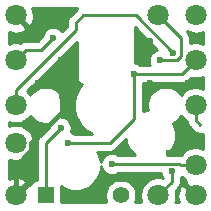
<source format=gtl>
G04 #@! TF.GenerationSoftware,KiCad,Pcbnew,5.1.6-c6e7f7d~87~ubuntu20.04.1*
G04 #@! TF.CreationDate,2020-09-28T10:34:55-03:00*
G04 #@! TF.ProjectId,altana_original,616c7461-6e61-45f6-9f72-6967696e616c,rev?*
G04 #@! TF.SameCoordinates,Original*
G04 #@! TF.FileFunction,Copper,L1,Top*
G04 #@! TF.FilePolarity,Positive*
%FSLAX46Y46*%
G04 Gerber Fmt 4.6, Leading zero omitted, Abs format (unit mm)*
G04 Created by KiCad (PCBNEW 5.1.6-c6e7f7d~87~ubuntu20.04.1) date 2020-09-28 10:34:55*
%MOMM*%
%LPD*%
G01*
G04 APERTURE LIST*
G04 #@! TA.AperFunction,ComponentPad*
%ADD10C,1.800000*%
G04 #@! TD*
G04 #@! TA.AperFunction,ComponentPad*
%ADD11R,1.400000X1.400000*%
G04 #@! TD*
G04 #@! TA.AperFunction,ComponentPad*
%ADD12C,1.400000*%
G04 #@! TD*
G04 #@! TA.AperFunction,ViaPad*
%ADD13C,0.600000*%
G04 #@! TD*
G04 #@! TA.AperFunction,Conductor*
%ADD14C,0.250000*%
G04 #@! TD*
G04 #@! TA.AperFunction,Conductor*
%ADD15C,0.400000*%
G04 #@! TD*
G04 #@! TA.AperFunction,Conductor*
%ADD16C,0.254000*%
G04 #@! TD*
G04 APERTURE END LIST*
D10*
X78867000Y-43307000D03*
X78867000Y-28067000D03*
D11*
X69342000Y-43307000D03*
D12*
X75692000Y-43307000D03*
D10*
X66802000Y-38862000D03*
X66802000Y-31877000D03*
X82042000Y-40767000D03*
X82042000Y-31877000D03*
X82042000Y-35687000D03*
X66802000Y-35687000D03*
X82042000Y-28067000D03*
X82042000Y-43307000D03*
X66802000Y-43307000D03*
X66802000Y-28067000D03*
D13*
X70612000Y-37592000D03*
X80137000Y-31242000D03*
X69977000Y-29972000D03*
X74939999Y-40649999D03*
X76822000Y-33007000D03*
X71247000Y-38862000D03*
X76962000Y-42037000D03*
X82042000Y-29972000D03*
X79756000Y-39751000D03*
X78151999Y-30207001D03*
X81407000Y-33782000D03*
X78151999Y-33782000D03*
X75692000Y-39497000D03*
X78994000Y-31877000D03*
X80010000Y-41275000D03*
X70612000Y-31877000D03*
X68707000Y-33782000D03*
X66802000Y-41402000D03*
D14*
X69342000Y-38862000D02*
X69342000Y-43307000D01*
X70612000Y-37592000D02*
X69342000Y-38862000D01*
X82042000Y-36959792D02*
X82439218Y-37357010D01*
X82042000Y-35687000D02*
X82042000Y-36959792D01*
X71882000Y-29334208D02*
X66802000Y-34414208D01*
X71882000Y-28702000D02*
X71882000Y-29334208D01*
X80137000Y-31242000D02*
X76962000Y-28067000D01*
X66802000Y-34414208D02*
X66802000Y-35687000D01*
X72517000Y-28067000D02*
X71882000Y-28702000D01*
X76962000Y-28067000D02*
X72517000Y-28067000D01*
X67701999Y-30977001D02*
X68971999Y-30977001D01*
X66802000Y-31877000D02*
X67701999Y-30977001D01*
X68971999Y-30977001D02*
X69977000Y-29972000D01*
X69977000Y-29972000D02*
X69977000Y-29972000D01*
X82042000Y-40767000D02*
X80769208Y-40767000D01*
X80769208Y-40767000D02*
X80652207Y-40649999D01*
X74939999Y-40649999D02*
X80654999Y-40649999D01*
X80912000Y-33007000D02*
X76822000Y-33007000D01*
X82042000Y-31877000D02*
X80912000Y-33007000D01*
X76822000Y-36802002D02*
X74762002Y-38862000D01*
X76822000Y-33007000D02*
X76822000Y-36802002D01*
X74762002Y-38862000D02*
X71247000Y-38862000D01*
X71247000Y-38862000D02*
X71247000Y-38862000D01*
X80010000Y-42164000D02*
X78867000Y-43307000D01*
X80010000Y-41275000D02*
X80010000Y-42164000D01*
X80762001Y-31542001D02*
X80427002Y-31877000D01*
X79418264Y-31877000D02*
X78994000Y-31877000D01*
X80427002Y-31877000D02*
X79418264Y-31877000D01*
X80762001Y-29962001D02*
X80762001Y-31542001D01*
X78867000Y-28067000D02*
X80762001Y-29962001D01*
D15*
X66802000Y-43307000D02*
X66802000Y-41402000D01*
X66802000Y-40786002D02*
X68102001Y-39486001D01*
X70692001Y-36272000D02*
X68102001Y-38862000D01*
X70692001Y-35038999D02*
X70692001Y-36272000D01*
X70612000Y-31877000D02*
X70612000Y-34958998D01*
X70612000Y-34958998D02*
X70692001Y-35038999D01*
X68102001Y-39486001D02*
X68102001Y-38862000D01*
X66802000Y-41402000D02*
X66802000Y-40786002D01*
D16*
G36*
X74040931Y-40922728D02*
G01*
X74111413Y-41092888D01*
X74213737Y-41246027D01*
X74343971Y-41376261D01*
X74497110Y-41478585D01*
X74667270Y-41549067D01*
X74847910Y-41584999D01*
X75032088Y-41584999D01*
X75212728Y-41549067D01*
X75382888Y-41478585D01*
X75485534Y-41409999D01*
X79083535Y-41409999D01*
X79110932Y-41547729D01*
X79181414Y-41717889D01*
X79248132Y-41817739D01*
X79018184Y-41772000D01*
X78715816Y-41772000D01*
X78419257Y-41830989D01*
X78139905Y-41946701D01*
X77888495Y-42114688D01*
X77674688Y-42328495D01*
X77506701Y-42579905D01*
X77390989Y-42859257D01*
X77332000Y-43155816D01*
X77332000Y-43458184D01*
X77390989Y-43754743D01*
X77447843Y-43892000D01*
X76894678Y-43892000D01*
X76975696Y-43696405D01*
X77027000Y-43438486D01*
X77027000Y-43175514D01*
X76975696Y-42917595D01*
X76875061Y-42674641D01*
X76728962Y-42455987D01*
X76543013Y-42270038D01*
X76324359Y-42123939D01*
X76081405Y-42023304D01*
X75823486Y-41972000D01*
X75560514Y-41972000D01*
X75302595Y-42023304D01*
X75059641Y-42123939D01*
X74840987Y-42270038D01*
X74655038Y-42455987D01*
X74508939Y-42674641D01*
X74408304Y-42917595D01*
X74357000Y-43175514D01*
X74357000Y-43438486D01*
X74408304Y-43696405D01*
X74489322Y-43892000D01*
X70680072Y-43892000D01*
X70680072Y-42607000D01*
X70672127Y-42526331D01*
X70870698Y-42659012D01*
X71259244Y-42819953D01*
X71671721Y-42902000D01*
X72092279Y-42902000D01*
X72504756Y-42819953D01*
X72893302Y-42659012D01*
X73242983Y-42425363D01*
X73540363Y-42127983D01*
X73774012Y-41778302D01*
X73934953Y-41389756D01*
X74017000Y-40977279D01*
X74017000Y-40802420D01*
X74040931Y-40922728D01*
G37*
X74040931Y-40922728D02*
X74111413Y-41092888D01*
X74213737Y-41246027D01*
X74343971Y-41376261D01*
X74497110Y-41478585D01*
X74667270Y-41549067D01*
X74847910Y-41584999D01*
X75032088Y-41584999D01*
X75212728Y-41549067D01*
X75382888Y-41478585D01*
X75485534Y-41409999D01*
X79083535Y-41409999D01*
X79110932Y-41547729D01*
X79181414Y-41717889D01*
X79248132Y-41817739D01*
X79018184Y-41772000D01*
X78715816Y-41772000D01*
X78419257Y-41830989D01*
X78139905Y-41946701D01*
X77888495Y-42114688D01*
X77674688Y-42328495D01*
X77506701Y-42579905D01*
X77390989Y-42859257D01*
X77332000Y-43155816D01*
X77332000Y-43458184D01*
X77390989Y-43754743D01*
X77447843Y-43892000D01*
X76894678Y-43892000D01*
X76975696Y-43696405D01*
X77027000Y-43438486D01*
X77027000Y-43175514D01*
X76975696Y-42917595D01*
X76875061Y-42674641D01*
X76728962Y-42455987D01*
X76543013Y-42270038D01*
X76324359Y-42123939D01*
X76081405Y-42023304D01*
X75823486Y-41972000D01*
X75560514Y-41972000D01*
X75302595Y-42023304D01*
X75059641Y-42123939D01*
X74840987Y-42270038D01*
X74655038Y-42455987D01*
X74508939Y-42674641D01*
X74408304Y-42917595D01*
X74357000Y-43175514D01*
X74357000Y-43438486D01*
X74408304Y-43696405D01*
X74489322Y-43892000D01*
X70680072Y-43892000D01*
X70680072Y-42607000D01*
X70672127Y-42526331D01*
X70870698Y-42659012D01*
X71259244Y-42819953D01*
X71671721Y-42902000D01*
X72092279Y-42902000D01*
X72504756Y-42819953D01*
X72893302Y-42659012D01*
X73242983Y-42425363D01*
X73540363Y-42127983D01*
X73774012Y-41778302D01*
X73934953Y-41389756D01*
X74017000Y-40977279D01*
X74017000Y-40802420D01*
X74040931Y-40922728D01*
G36*
X80849688Y-41745505D02*
G01*
X81063495Y-41959312D01*
X81217105Y-42061951D01*
X81157525Y-42242920D01*
X82042000Y-43127395D01*
X82056143Y-43113253D01*
X82235748Y-43292858D01*
X82221605Y-43307000D01*
X82235748Y-43321143D01*
X82056143Y-43500748D01*
X82042000Y-43486605D01*
X82027858Y-43500748D01*
X81848253Y-43321143D01*
X81862395Y-43307000D01*
X80977920Y-42422525D01*
X80723739Y-42506208D01*
X80592842Y-42778775D01*
X80517635Y-43071642D01*
X80501009Y-43373553D01*
X80543603Y-43672907D01*
X80620533Y-43892000D01*
X80286157Y-43892000D01*
X80343011Y-43754743D01*
X80402000Y-43458184D01*
X80402000Y-43155816D01*
X80350731Y-42898070D01*
X80521003Y-42727799D01*
X80550001Y-42704001D01*
X80576332Y-42671917D01*
X80644974Y-42588277D01*
X80715546Y-42456247D01*
X80754298Y-42328495D01*
X80759003Y-42312986D01*
X80770000Y-42201333D01*
X80770000Y-42201324D01*
X80773676Y-42164001D01*
X80770000Y-42126678D01*
X80770000Y-41820535D01*
X80834911Y-41723389D01*
X80849688Y-41745505D01*
G37*
X80849688Y-41745505D02*
X81063495Y-41959312D01*
X81217105Y-42061951D01*
X81157525Y-42242920D01*
X82042000Y-43127395D01*
X82056143Y-43113253D01*
X82235748Y-43292858D01*
X82221605Y-43307000D01*
X82235748Y-43321143D01*
X82056143Y-43500748D01*
X82042000Y-43486605D01*
X82027858Y-43500748D01*
X81848253Y-43321143D01*
X81862395Y-43307000D01*
X80977920Y-42422525D01*
X80723739Y-42506208D01*
X80592842Y-42778775D01*
X80517635Y-43071642D01*
X80501009Y-43373553D01*
X80543603Y-43672907D01*
X80620533Y-43892000D01*
X80286157Y-43892000D01*
X80343011Y-43754743D01*
X80402000Y-43458184D01*
X80402000Y-43155816D01*
X80350731Y-42898070D01*
X80521003Y-42727799D01*
X80550001Y-42704001D01*
X80576332Y-42671917D01*
X80644974Y-42588277D01*
X80715546Y-42456247D01*
X80754298Y-42328495D01*
X80759003Y-42312986D01*
X80770000Y-42201333D01*
X80770000Y-42201324D01*
X80773676Y-42164001D01*
X80770000Y-42126678D01*
X80770000Y-41820535D01*
X80834911Y-41723389D01*
X80849688Y-41745505D01*
G36*
X76179047Y-38849756D02*
G01*
X76339988Y-39238302D01*
X76573637Y-39587983D01*
X76871017Y-39885363D01*
X76877955Y-39889999D01*
X75485534Y-39889999D01*
X75382888Y-39821413D01*
X75212728Y-39750931D01*
X75032088Y-39714999D01*
X74847910Y-39714999D01*
X74667270Y-39750931D01*
X74497110Y-39821413D01*
X74343971Y-39923737D01*
X74213737Y-40053971D01*
X74111413Y-40207110D01*
X74040931Y-40377270D01*
X74011118Y-40527149D01*
X73934953Y-40144244D01*
X73774012Y-39755698D01*
X73686014Y-39624000D01*
X74422000Y-39624000D01*
X74442308Y-39622000D01*
X74724680Y-39622000D01*
X74762002Y-39625676D01*
X74799324Y-39622000D01*
X74799335Y-39622000D01*
X74910988Y-39611003D01*
X75054249Y-39567546D01*
X75186278Y-39496974D01*
X75302003Y-39402001D01*
X75325806Y-39372997D01*
X76124296Y-38574507D01*
X76179047Y-38849756D01*
G37*
X76179047Y-38849756D02*
X76339988Y-39238302D01*
X76573637Y-39587983D01*
X76871017Y-39885363D01*
X76877955Y-39889999D01*
X75485534Y-39889999D01*
X75382888Y-39821413D01*
X75212728Y-39750931D01*
X75032088Y-39714999D01*
X74847910Y-39714999D01*
X74667270Y-39750931D01*
X74497110Y-39821413D01*
X74343971Y-39923737D01*
X74213737Y-40053971D01*
X74111413Y-40207110D01*
X74040931Y-40377270D01*
X74011118Y-40527149D01*
X73934953Y-40144244D01*
X73774012Y-39755698D01*
X73686014Y-39624000D01*
X74422000Y-39624000D01*
X74442308Y-39622000D01*
X74724680Y-39622000D01*
X74762002Y-39625676D01*
X74799324Y-39622000D01*
X74799335Y-39622000D01*
X74910988Y-39611003D01*
X75054249Y-39567546D01*
X75186278Y-39496974D01*
X75302003Y-39402001D01*
X75325806Y-39372997D01*
X76124296Y-38574507D01*
X76179047Y-38849756D01*
G36*
X80849688Y-36665505D02*
G01*
X81063495Y-36879312D01*
X81284973Y-37027299D01*
X81292998Y-37108777D01*
X81336454Y-37252038D01*
X81407026Y-37384068D01*
X81478201Y-37470794D01*
X81502000Y-37499793D01*
X81530998Y-37523591D01*
X81928216Y-37920809D01*
X82014942Y-37991984D01*
X82146971Y-38062556D01*
X82290231Y-38106012D01*
X82439217Y-38120686D01*
X82588203Y-38106012D01*
X82627001Y-38094243D01*
X82627001Y-39347843D01*
X82489743Y-39290989D01*
X82193184Y-39232000D01*
X81890816Y-39232000D01*
X81594257Y-39290989D01*
X81314905Y-39406701D01*
X81063495Y-39574688D01*
X80849688Y-39788495D01*
X80776337Y-39898273D01*
X80692332Y-39889999D01*
X80689529Y-39889999D01*
X80652207Y-39886323D01*
X80614885Y-39889999D01*
X79586045Y-39889999D01*
X79592983Y-39885363D01*
X79890363Y-39587983D01*
X80124012Y-39238302D01*
X80284953Y-38849756D01*
X80367000Y-38437279D01*
X80367000Y-38016721D01*
X80284953Y-37604244D01*
X80124012Y-37215698D01*
X80086985Y-37160283D01*
X80252779Y-37091609D01*
X80512379Y-36918150D01*
X80733150Y-36697379D01*
X80802068Y-36594236D01*
X80849688Y-36665505D01*
G37*
X80849688Y-36665505D02*
X81063495Y-36879312D01*
X81284973Y-37027299D01*
X81292998Y-37108777D01*
X81336454Y-37252038D01*
X81407026Y-37384068D01*
X81478201Y-37470794D01*
X81502000Y-37499793D01*
X81530998Y-37523591D01*
X81928216Y-37920809D01*
X82014942Y-37991984D01*
X82146971Y-38062556D01*
X82290231Y-38106012D01*
X82439217Y-38120686D01*
X82588203Y-38106012D01*
X82627001Y-38094243D01*
X82627001Y-39347843D01*
X82489743Y-39290989D01*
X82193184Y-39232000D01*
X81890816Y-39232000D01*
X81594257Y-39290989D01*
X81314905Y-39406701D01*
X81063495Y-39574688D01*
X80849688Y-39788495D01*
X80776337Y-39898273D01*
X80692332Y-39889999D01*
X80689529Y-39889999D01*
X80652207Y-39886323D01*
X80614885Y-39889999D01*
X79586045Y-39889999D01*
X79592983Y-39885363D01*
X79890363Y-39587983D01*
X80124012Y-39238302D01*
X80284953Y-38849756D01*
X80367000Y-38437279D01*
X80367000Y-38016721D01*
X80284953Y-37604244D01*
X80124012Y-37215698D01*
X80086985Y-37160283D01*
X80252779Y-37091609D01*
X80512379Y-36918150D01*
X80733150Y-36697379D01*
X80802068Y-36594236D01*
X80849688Y-36665505D01*
G36*
X82627000Y-34267843D02*
G01*
X82489743Y-34210989D01*
X82193184Y-34152000D01*
X81890816Y-34152000D01*
X81594257Y-34210989D01*
X81314905Y-34326701D01*
X81063495Y-34494688D01*
X80849688Y-34708495D01*
X80802068Y-34779764D01*
X80733150Y-34676621D01*
X80512379Y-34455850D01*
X80252779Y-34282391D01*
X79964327Y-34162911D01*
X79658109Y-34102000D01*
X79345891Y-34102000D01*
X79039673Y-34162911D01*
X78751221Y-34282391D01*
X78491621Y-34455850D01*
X78270850Y-34676621D01*
X78097391Y-34936221D01*
X77977911Y-35224673D01*
X77917000Y-35530891D01*
X77917000Y-35843109D01*
X77968609Y-36102565D01*
X77609244Y-36174047D01*
X77582000Y-36185332D01*
X77582000Y-33767000D01*
X80874678Y-33767000D01*
X80912000Y-33770676D01*
X80949322Y-33767000D01*
X80949333Y-33767000D01*
X81060986Y-33756003D01*
X81204247Y-33712546D01*
X81336276Y-33641974D01*
X81452001Y-33547001D01*
X81475804Y-33517998D01*
X81633070Y-33360731D01*
X81890816Y-33412000D01*
X82193184Y-33412000D01*
X82489743Y-33353011D01*
X82627000Y-33296157D01*
X82627000Y-34267843D01*
G37*
X82627000Y-34267843D02*
X82489743Y-34210989D01*
X82193184Y-34152000D01*
X81890816Y-34152000D01*
X81594257Y-34210989D01*
X81314905Y-34326701D01*
X81063495Y-34494688D01*
X80849688Y-34708495D01*
X80802068Y-34779764D01*
X80733150Y-34676621D01*
X80512379Y-34455850D01*
X80252779Y-34282391D01*
X79964327Y-34162911D01*
X79658109Y-34102000D01*
X79345891Y-34102000D01*
X79039673Y-34162911D01*
X78751221Y-34282391D01*
X78491621Y-34455850D01*
X78270850Y-34676621D01*
X78097391Y-34936221D01*
X77977911Y-35224673D01*
X77917000Y-35530891D01*
X77917000Y-35843109D01*
X77968609Y-36102565D01*
X77609244Y-36174047D01*
X77582000Y-36185332D01*
X77582000Y-33767000D01*
X80874678Y-33767000D01*
X80912000Y-33770676D01*
X80949322Y-33767000D01*
X80949333Y-33767000D01*
X81060986Y-33756003D01*
X81204247Y-33712546D01*
X81336276Y-33641974D01*
X81452001Y-33547001D01*
X81475804Y-33517998D01*
X81633070Y-33360731D01*
X81890816Y-33412000D01*
X82193184Y-33412000D01*
X82489743Y-33353011D01*
X82627000Y-33296157D01*
X82627000Y-34267843D01*
G36*
X78785378Y-30965180D02*
G01*
X78721271Y-30977932D01*
X78551111Y-31048414D01*
X78397972Y-31150738D01*
X78267738Y-31280972D01*
X78165414Y-31434111D01*
X78094932Y-31604271D01*
X78059000Y-31784911D01*
X78059000Y-31969089D01*
X78094932Y-32149729D01*
X78135223Y-32247000D01*
X77367535Y-32247000D01*
X77264889Y-32178414D01*
X77094729Y-32107932D01*
X76914089Y-32072000D01*
X76882000Y-32072000D01*
X76882000Y-29061801D01*
X78785378Y-30965180D01*
G37*
X78785378Y-30965180D02*
X78721271Y-30977932D01*
X78551111Y-31048414D01*
X78397972Y-31150738D01*
X78267738Y-31280972D01*
X78165414Y-31434111D01*
X78094932Y-31604271D01*
X78059000Y-31784911D01*
X78059000Y-31969089D01*
X78094932Y-32149729D01*
X78135223Y-32247000D01*
X77367535Y-32247000D01*
X77264889Y-32178414D01*
X77094729Y-32107932D01*
X76914089Y-32072000D01*
X76882000Y-32072000D01*
X76882000Y-29061801D01*
X78785378Y-30965180D01*
G36*
X81513775Y-29516158D02*
G01*
X81806642Y-29591365D01*
X82108553Y-29607991D01*
X82407907Y-29565397D01*
X82627000Y-29488467D01*
X82627000Y-30457843D01*
X82489743Y-30400989D01*
X82193184Y-30342000D01*
X81890816Y-30342000D01*
X81594257Y-30400989D01*
X81522001Y-30430919D01*
X81522001Y-29999323D01*
X81525677Y-29962000D01*
X81522001Y-29924677D01*
X81522001Y-29924668D01*
X81511004Y-29813015D01*
X81467547Y-29669754D01*
X81425647Y-29591365D01*
X81396975Y-29537724D01*
X81325800Y-29450998D01*
X81302002Y-29422000D01*
X81279844Y-29403815D01*
X81513775Y-29516158D01*
G37*
X81513775Y-29516158D02*
X81806642Y-29591365D01*
X82108553Y-29607991D01*
X82407907Y-29565397D01*
X82627000Y-29488467D01*
X82627000Y-30457843D01*
X82489743Y-30400989D01*
X82193184Y-30342000D01*
X81890816Y-30342000D01*
X81594257Y-30400989D01*
X81522001Y-30430919D01*
X81522001Y-29999323D01*
X81525677Y-29962000D01*
X81522001Y-29924677D01*
X81522001Y-29924668D01*
X81511004Y-29813015D01*
X81467547Y-29669754D01*
X81425647Y-29591365D01*
X81396975Y-29537724D01*
X81325800Y-29450998D01*
X81302002Y-29422000D01*
X81279844Y-29403815D01*
X81513775Y-29516158D01*
G36*
X82235748Y-28052858D02*
G01*
X82221605Y-28067000D01*
X82235748Y-28081143D01*
X82056143Y-28260748D01*
X82042000Y-28246605D01*
X82027858Y-28260748D01*
X81848253Y-28081143D01*
X81862395Y-28067000D01*
X81848253Y-28052858D01*
X82027858Y-27873253D01*
X82042000Y-27887395D01*
X82056143Y-27873253D01*
X82235748Y-28052858D01*
G37*
X82235748Y-28052858D02*
X82221605Y-28067000D01*
X82235748Y-28081143D01*
X82056143Y-28260748D01*
X82042000Y-28246605D01*
X82027858Y-28260748D01*
X81848253Y-28081143D01*
X81862395Y-28067000D01*
X81848253Y-28052858D01*
X82027858Y-27873253D01*
X82042000Y-27887395D01*
X82056143Y-27873253D01*
X82235748Y-28052858D01*
G36*
X68110850Y-36697379D02*
G01*
X68331621Y-36918150D01*
X68591221Y-37091609D01*
X68879673Y-37211089D01*
X69185891Y-37272000D01*
X69498109Y-37272000D01*
X69753559Y-37221187D01*
X69712932Y-37319271D01*
X69688847Y-37440351D01*
X68831003Y-38298196D01*
X68801999Y-38321999D01*
X68760965Y-38372000D01*
X68707026Y-38437724D01*
X68678513Y-38491068D01*
X68636454Y-38569754D01*
X68592997Y-38713015D01*
X68582000Y-38824668D01*
X68582000Y-38824678D01*
X68578324Y-38862000D01*
X68582000Y-38899323D01*
X68582001Y-41974837D01*
X68517518Y-41981188D01*
X68397820Y-42017498D01*
X68287506Y-42076463D01*
X68190815Y-42155815D01*
X68111463Y-42252506D01*
X68052498Y-42362820D01*
X68019104Y-42472905D01*
X67866080Y-42422525D01*
X66981605Y-43307000D01*
X66995748Y-43321143D01*
X66816143Y-43500748D01*
X66802000Y-43486605D01*
X66787858Y-43500748D01*
X66608253Y-43321143D01*
X66622395Y-43307000D01*
X66608253Y-43292858D01*
X66787858Y-43113253D01*
X66802000Y-43127395D01*
X67686475Y-42242920D01*
X67602792Y-41988739D01*
X67330225Y-41857842D01*
X67037358Y-41782635D01*
X66735447Y-41766009D01*
X66436093Y-41808603D01*
X66217000Y-41885533D01*
X66217000Y-40281157D01*
X66354257Y-40338011D01*
X66650816Y-40397000D01*
X66953184Y-40397000D01*
X67249743Y-40338011D01*
X67529095Y-40222299D01*
X67780505Y-40054312D01*
X67994312Y-39840505D01*
X68162299Y-39589095D01*
X68278011Y-39309743D01*
X68337000Y-39013184D01*
X68337000Y-38710816D01*
X68278011Y-38414257D01*
X68162299Y-38134905D01*
X67994312Y-37883495D01*
X67780505Y-37669688D01*
X67529095Y-37501701D01*
X67249743Y-37385989D01*
X66953184Y-37327000D01*
X66650816Y-37327000D01*
X66354257Y-37385989D01*
X66217000Y-37442843D01*
X66217000Y-37106157D01*
X66354257Y-37163011D01*
X66650816Y-37222000D01*
X66953184Y-37222000D01*
X67249743Y-37163011D01*
X67529095Y-37047299D01*
X67780505Y-36879312D01*
X67994312Y-36665505D01*
X68041932Y-36594236D01*
X68110850Y-36697379D01*
G37*
X68110850Y-36697379D02*
X68331621Y-36918150D01*
X68591221Y-37091609D01*
X68879673Y-37211089D01*
X69185891Y-37272000D01*
X69498109Y-37272000D01*
X69753559Y-37221187D01*
X69712932Y-37319271D01*
X69688847Y-37440351D01*
X68831003Y-38298196D01*
X68801999Y-38321999D01*
X68760965Y-38372000D01*
X68707026Y-38437724D01*
X68678513Y-38491068D01*
X68636454Y-38569754D01*
X68592997Y-38713015D01*
X68582000Y-38824668D01*
X68582000Y-38824678D01*
X68578324Y-38862000D01*
X68582000Y-38899323D01*
X68582001Y-41974837D01*
X68517518Y-41981188D01*
X68397820Y-42017498D01*
X68287506Y-42076463D01*
X68190815Y-42155815D01*
X68111463Y-42252506D01*
X68052498Y-42362820D01*
X68019104Y-42472905D01*
X67866080Y-42422525D01*
X66981605Y-43307000D01*
X66995748Y-43321143D01*
X66816143Y-43500748D01*
X66802000Y-43486605D01*
X66787858Y-43500748D01*
X66608253Y-43321143D01*
X66622395Y-43307000D01*
X66608253Y-43292858D01*
X66787858Y-43113253D01*
X66802000Y-43127395D01*
X67686475Y-42242920D01*
X67602792Y-41988739D01*
X67330225Y-41857842D01*
X67037358Y-41782635D01*
X66735447Y-41766009D01*
X66436093Y-41808603D01*
X66217000Y-41885533D01*
X66217000Y-40281157D01*
X66354257Y-40338011D01*
X66650816Y-40397000D01*
X66953184Y-40397000D01*
X67249743Y-40338011D01*
X67529095Y-40222299D01*
X67780505Y-40054312D01*
X67994312Y-39840505D01*
X68162299Y-39589095D01*
X68278011Y-39309743D01*
X68337000Y-39013184D01*
X68337000Y-38710816D01*
X68278011Y-38414257D01*
X68162299Y-38134905D01*
X67994312Y-37883495D01*
X67780505Y-37669688D01*
X67529095Y-37501701D01*
X67249743Y-37385989D01*
X66953184Y-37327000D01*
X66650816Y-37327000D01*
X66354257Y-37385989D01*
X66217000Y-37442843D01*
X66217000Y-37106157D01*
X66354257Y-37163011D01*
X66650816Y-37222000D01*
X66953184Y-37222000D01*
X67249743Y-37163011D01*
X67529095Y-37047299D01*
X67780505Y-36879312D01*
X67994312Y-36665505D01*
X68041932Y-36594236D01*
X68110850Y-36697379D01*
G36*
X71962000Y-33217123D02*
G01*
X71958565Y-33252000D01*
X71972273Y-33391184D01*
X72012872Y-33525020D01*
X72078800Y-33648363D01*
X72167525Y-33756475D01*
X72275637Y-33845200D01*
X72398980Y-33911128D01*
X72400306Y-33911530D01*
X72336424Y-33975412D01*
X72042583Y-34415175D01*
X71840183Y-34903814D01*
X71737000Y-35422551D01*
X71737000Y-35951449D01*
X71840183Y-36470186D01*
X72042583Y-36958825D01*
X72336424Y-37398588D01*
X72710412Y-37772576D01*
X73150175Y-38066417D01*
X73236080Y-38102000D01*
X71792535Y-38102000D01*
X71689889Y-38033414D01*
X71519729Y-37962932D01*
X71474147Y-37953865D01*
X71511068Y-37864729D01*
X71547000Y-37684089D01*
X71547000Y-37499911D01*
X71511068Y-37319271D01*
X71440586Y-37149111D01*
X71338262Y-36995972D01*
X71208028Y-36865738D01*
X71054889Y-36763414D01*
X70884729Y-36692932D01*
X70704089Y-36657000D01*
X70600130Y-36657000D01*
X70746609Y-36437779D01*
X70866089Y-36149327D01*
X70927000Y-35843109D01*
X70927000Y-35530891D01*
X70866089Y-35224673D01*
X70746609Y-34936221D01*
X70573150Y-34676621D01*
X70352379Y-34455850D01*
X70092779Y-34282391D01*
X69804327Y-34162911D01*
X69498109Y-34102000D01*
X69185891Y-34102000D01*
X68879673Y-34162911D01*
X68591221Y-34282391D01*
X68331621Y-34455850D01*
X68110850Y-34676621D01*
X68041932Y-34779764D01*
X67994312Y-34708495D01*
X67788413Y-34502596D01*
X71962001Y-30329009D01*
X71962000Y-33217123D01*
G37*
X71962000Y-33217123D02*
X71958565Y-33252000D01*
X71972273Y-33391184D01*
X72012872Y-33525020D01*
X72078800Y-33648363D01*
X72167525Y-33756475D01*
X72275637Y-33845200D01*
X72398980Y-33911128D01*
X72400306Y-33911530D01*
X72336424Y-33975412D01*
X72042583Y-34415175D01*
X71840183Y-34903814D01*
X71737000Y-35422551D01*
X71737000Y-35951449D01*
X71840183Y-36470186D01*
X72042583Y-36958825D01*
X72336424Y-37398588D01*
X72710412Y-37772576D01*
X73150175Y-38066417D01*
X73236080Y-38102000D01*
X71792535Y-38102000D01*
X71689889Y-38033414D01*
X71519729Y-37962932D01*
X71474147Y-37953865D01*
X71511068Y-37864729D01*
X71547000Y-37684089D01*
X71547000Y-37499911D01*
X71511068Y-37319271D01*
X71440586Y-37149111D01*
X71338262Y-36995972D01*
X71208028Y-36865738D01*
X71054889Y-36763414D01*
X70884729Y-36692932D01*
X70704089Y-36657000D01*
X70600130Y-36657000D01*
X70746609Y-36437779D01*
X70866089Y-36149327D01*
X70927000Y-35843109D01*
X70927000Y-35530891D01*
X70866089Y-35224673D01*
X70746609Y-34936221D01*
X70573150Y-34676621D01*
X70352379Y-34455850D01*
X70092779Y-34282391D01*
X69804327Y-34162911D01*
X69498109Y-34102000D01*
X69185891Y-34102000D01*
X68879673Y-34162911D01*
X68591221Y-34282391D01*
X68331621Y-34455850D01*
X68110850Y-34676621D01*
X68041932Y-34779764D01*
X67994312Y-34708495D01*
X67788413Y-34502596D01*
X71962001Y-30329009D01*
X71962000Y-33217123D01*
G36*
X71976999Y-27526999D02*
G01*
X71953200Y-27555998D01*
X71371002Y-28138197D01*
X71341999Y-28161999D01*
X71286871Y-28229174D01*
X71247026Y-28277724D01*
X71203451Y-28359247D01*
X71176454Y-28409754D01*
X71132997Y-28553015D01*
X71122000Y-28664668D01*
X71122000Y-28664678D01*
X71118324Y-28702000D01*
X71122000Y-28739322D01*
X71122000Y-29019406D01*
X70728165Y-29413241D01*
X70703262Y-29375972D01*
X70573028Y-29245738D01*
X70419889Y-29143414D01*
X70249729Y-29072932D01*
X70069089Y-29037000D01*
X69884911Y-29037000D01*
X69704271Y-29072932D01*
X69534111Y-29143414D01*
X69380972Y-29245738D01*
X69250738Y-29375972D01*
X69148414Y-29529111D01*
X69077932Y-29699271D01*
X69053847Y-29820351D01*
X68657198Y-30217001D01*
X67739324Y-30217001D01*
X67701999Y-30213325D01*
X67664674Y-30217001D01*
X67664666Y-30217001D01*
X67553013Y-30227998D01*
X67409752Y-30271455D01*
X67277723Y-30342027D01*
X67214435Y-30393966D01*
X66953184Y-30342000D01*
X66650816Y-30342000D01*
X66354257Y-30400989D01*
X66217000Y-30457843D01*
X66217000Y-29488892D01*
X66273775Y-29516158D01*
X66566642Y-29591365D01*
X66868553Y-29607991D01*
X67167907Y-29565397D01*
X67453199Y-29465222D01*
X67602792Y-29385261D01*
X67686475Y-29131080D01*
X66802000Y-28246605D01*
X66787858Y-28260748D01*
X66608253Y-28081143D01*
X66622395Y-28067000D01*
X66608253Y-28052858D01*
X66787858Y-27873253D01*
X66802000Y-27887395D01*
X66816143Y-27873253D01*
X66995748Y-28052858D01*
X66981605Y-28067000D01*
X67866080Y-28951475D01*
X68120261Y-28867792D01*
X68251158Y-28595225D01*
X68326365Y-28302358D01*
X68342991Y-28000447D01*
X68300397Y-27701093D01*
X68223467Y-27482000D01*
X72031830Y-27482000D01*
X71976999Y-27526999D01*
G37*
X71976999Y-27526999D02*
X71953200Y-27555998D01*
X71371002Y-28138197D01*
X71341999Y-28161999D01*
X71286871Y-28229174D01*
X71247026Y-28277724D01*
X71203451Y-28359247D01*
X71176454Y-28409754D01*
X71132997Y-28553015D01*
X71122000Y-28664668D01*
X71122000Y-28664678D01*
X71118324Y-28702000D01*
X71122000Y-28739322D01*
X71122000Y-29019406D01*
X70728165Y-29413241D01*
X70703262Y-29375972D01*
X70573028Y-29245738D01*
X70419889Y-29143414D01*
X70249729Y-29072932D01*
X70069089Y-29037000D01*
X69884911Y-29037000D01*
X69704271Y-29072932D01*
X69534111Y-29143414D01*
X69380972Y-29245738D01*
X69250738Y-29375972D01*
X69148414Y-29529111D01*
X69077932Y-29699271D01*
X69053847Y-29820351D01*
X68657198Y-30217001D01*
X67739324Y-30217001D01*
X67701999Y-30213325D01*
X67664674Y-30217001D01*
X67664666Y-30217001D01*
X67553013Y-30227998D01*
X67409752Y-30271455D01*
X67277723Y-30342027D01*
X67214435Y-30393966D01*
X66953184Y-30342000D01*
X66650816Y-30342000D01*
X66354257Y-30400989D01*
X66217000Y-30457843D01*
X66217000Y-29488892D01*
X66273775Y-29516158D01*
X66566642Y-29591365D01*
X66868553Y-29607991D01*
X67167907Y-29565397D01*
X67453199Y-29465222D01*
X67602792Y-29385261D01*
X67686475Y-29131080D01*
X66802000Y-28246605D01*
X66787858Y-28260748D01*
X66608253Y-28081143D01*
X66622395Y-28067000D01*
X66608253Y-28052858D01*
X66787858Y-27873253D01*
X66802000Y-27887395D01*
X66816143Y-27873253D01*
X66995748Y-28052858D01*
X66981605Y-28067000D01*
X67866080Y-28951475D01*
X68120261Y-28867792D01*
X68251158Y-28595225D01*
X68326365Y-28302358D01*
X68342991Y-28000447D01*
X68300397Y-27701093D01*
X68223467Y-27482000D01*
X72031830Y-27482000D01*
X71976999Y-27526999D01*
M02*

</source>
